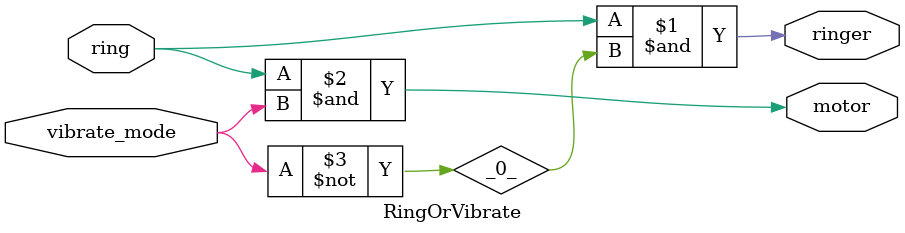
<source format=v>
/* Generated by Yosys 0.62+55 (git sha1 29a270c4b, g++ 11.5.0 -fPIC -O3) */

module RingOrVibrate(ring, vibrate_mode, ringer, motor);
  input ring;
  wire ring;
  input vibrate_mode;
  wire vibrate_mode;
  output ringer;
  wire ringer;
  output motor;
  wire motor;
  wire _0_;
  assign ringer = ring & _0_;
  assign motor = ring & vibrate_mode;
  assign _0_ = ~vibrate_mode;
endmodule

</source>
